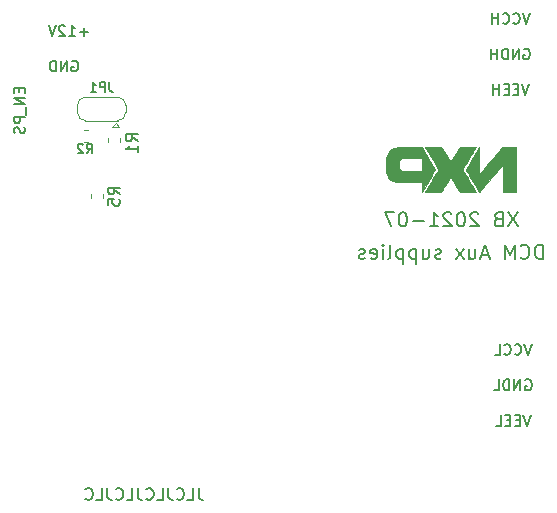
<source format=gbr>
G04 #@! TF.GenerationSoftware,KiCad,Pcbnew,5.1.5+dfsg1-2build2*
G04 #@! TF.CreationDate,2021-07-02T23:51:08+02:00*
G04 #@! TF.ProjectId,flyback_DCM,666c7962-6163-46b5-9f44-434d2e6b6963,rev?*
G04 #@! TF.SameCoordinates,Original*
G04 #@! TF.FileFunction,Legend,Bot*
G04 #@! TF.FilePolarity,Positive*
%FSLAX46Y46*%
G04 Gerber Fmt 4.6, Leading zero omitted, Abs format (unit mm)*
G04 Created by KiCad (PCBNEW 5.1.5+dfsg1-2build2) date 2021-07-02 23:51:08*
%MOMM*%
%LPD*%
G04 APERTURE LIST*
%ADD10C,0.150000*%
%ADD11C,0.010000*%
%ADD12C,0.120000*%
G04 APERTURE END LIST*
D10*
X166521428Y-108542857D02*
X166521428Y-107342857D01*
X166235714Y-107342857D01*
X166064285Y-107400000D01*
X165950000Y-107514285D01*
X165892857Y-107628571D01*
X165835714Y-107857142D01*
X165835714Y-108028571D01*
X165892857Y-108257142D01*
X165950000Y-108371428D01*
X166064285Y-108485714D01*
X166235714Y-108542857D01*
X166521428Y-108542857D01*
X164635714Y-108428571D02*
X164692857Y-108485714D01*
X164864285Y-108542857D01*
X164978571Y-108542857D01*
X165150000Y-108485714D01*
X165264285Y-108371428D01*
X165321428Y-108257142D01*
X165378571Y-108028571D01*
X165378571Y-107857142D01*
X165321428Y-107628571D01*
X165264285Y-107514285D01*
X165150000Y-107400000D01*
X164978571Y-107342857D01*
X164864285Y-107342857D01*
X164692857Y-107400000D01*
X164635714Y-107457142D01*
X164121428Y-108542857D02*
X164121428Y-107342857D01*
X163721428Y-108200000D01*
X163321428Y-107342857D01*
X163321428Y-108542857D01*
X161892857Y-108200000D02*
X161321428Y-108200000D01*
X162007142Y-108542857D02*
X161607142Y-107342857D01*
X161207142Y-108542857D01*
X160292857Y-107742857D02*
X160292857Y-108542857D01*
X160807142Y-107742857D02*
X160807142Y-108371428D01*
X160750000Y-108485714D01*
X160635714Y-108542857D01*
X160464285Y-108542857D01*
X160350000Y-108485714D01*
X160292857Y-108428571D01*
X159835714Y-108542857D02*
X159207142Y-107742857D01*
X159835714Y-107742857D02*
X159207142Y-108542857D01*
X157892857Y-108485714D02*
X157778571Y-108542857D01*
X157550000Y-108542857D01*
X157435714Y-108485714D01*
X157378571Y-108371428D01*
X157378571Y-108314285D01*
X157435714Y-108200000D01*
X157550000Y-108142857D01*
X157721428Y-108142857D01*
X157835714Y-108085714D01*
X157892857Y-107971428D01*
X157892857Y-107914285D01*
X157835714Y-107800000D01*
X157721428Y-107742857D01*
X157550000Y-107742857D01*
X157435714Y-107800000D01*
X156350000Y-107742857D02*
X156350000Y-108542857D01*
X156864285Y-107742857D02*
X156864285Y-108371428D01*
X156807142Y-108485714D01*
X156692857Y-108542857D01*
X156521428Y-108542857D01*
X156407142Y-108485714D01*
X156350000Y-108428571D01*
X155778571Y-107742857D02*
X155778571Y-108942857D01*
X155778571Y-107800000D02*
X155664285Y-107742857D01*
X155435714Y-107742857D01*
X155321428Y-107800000D01*
X155264285Y-107857142D01*
X155207142Y-107971428D01*
X155207142Y-108314285D01*
X155264285Y-108428571D01*
X155321428Y-108485714D01*
X155435714Y-108542857D01*
X155664285Y-108542857D01*
X155778571Y-108485714D01*
X154692857Y-107742857D02*
X154692857Y-108942857D01*
X154692857Y-107800000D02*
X154578571Y-107742857D01*
X154350000Y-107742857D01*
X154235714Y-107800000D01*
X154178571Y-107857142D01*
X154121428Y-107971428D01*
X154121428Y-108314285D01*
X154178571Y-108428571D01*
X154235714Y-108485714D01*
X154350000Y-108542857D01*
X154578571Y-108542857D01*
X154692857Y-108485714D01*
X153435714Y-108542857D02*
X153550000Y-108485714D01*
X153607142Y-108371428D01*
X153607142Y-107342857D01*
X152978571Y-108542857D02*
X152978571Y-107742857D01*
X152978571Y-107342857D02*
X153035714Y-107400000D01*
X152978571Y-107457142D01*
X152921428Y-107400000D01*
X152978571Y-107342857D01*
X152978571Y-107457142D01*
X151950000Y-108485714D02*
X152064285Y-108542857D01*
X152292857Y-108542857D01*
X152407142Y-108485714D01*
X152464285Y-108371428D01*
X152464285Y-107914285D01*
X152407142Y-107800000D01*
X152292857Y-107742857D01*
X152064285Y-107742857D01*
X151950000Y-107800000D01*
X151892857Y-107914285D01*
X151892857Y-108028571D01*
X152464285Y-108142857D01*
X151435714Y-108485714D02*
X151321428Y-108542857D01*
X151092857Y-108542857D01*
X150978571Y-108485714D01*
X150921428Y-108371428D01*
X150921428Y-108314285D01*
X150978571Y-108200000D01*
X151092857Y-108142857D01*
X151264285Y-108142857D01*
X151378571Y-108085714D01*
X151435714Y-107971428D01*
X151435714Y-107914285D01*
X151378571Y-107800000D01*
X151264285Y-107742857D01*
X151092857Y-107742857D01*
X150978571Y-107800000D01*
X164378571Y-104592857D02*
X163578571Y-105792857D01*
X163578571Y-104592857D02*
X164378571Y-105792857D01*
X162721428Y-105164285D02*
X162550000Y-105221428D01*
X162492857Y-105278571D01*
X162435714Y-105392857D01*
X162435714Y-105564285D01*
X162492857Y-105678571D01*
X162550000Y-105735714D01*
X162664285Y-105792857D01*
X163121428Y-105792857D01*
X163121428Y-104592857D01*
X162721428Y-104592857D01*
X162607142Y-104650000D01*
X162550000Y-104707142D01*
X162492857Y-104821428D01*
X162492857Y-104935714D01*
X162550000Y-105050000D01*
X162607142Y-105107142D01*
X162721428Y-105164285D01*
X163121428Y-105164285D01*
X161064285Y-104707142D02*
X161007142Y-104650000D01*
X160892857Y-104592857D01*
X160607142Y-104592857D01*
X160492857Y-104650000D01*
X160435714Y-104707142D01*
X160378571Y-104821428D01*
X160378571Y-104935714D01*
X160435714Y-105107142D01*
X161121428Y-105792857D01*
X160378571Y-105792857D01*
X159635714Y-104592857D02*
X159521428Y-104592857D01*
X159407142Y-104650000D01*
X159350000Y-104707142D01*
X159292857Y-104821428D01*
X159235714Y-105050000D01*
X159235714Y-105335714D01*
X159292857Y-105564285D01*
X159350000Y-105678571D01*
X159407142Y-105735714D01*
X159521428Y-105792857D01*
X159635714Y-105792857D01*
X159750000Y-105735714D01*
X159807142Y-105678571D01*
X159864285Y-105564285D01*
X159921428Y-105335714D01*
X159921428Y-105050000D01*
X159864285Y-104821428D01*
X159807142Y-104707142D01*
X159750000Y-104650000D01*
X159635714Y-104592857D01*
X158778571Y-104707142D02*
X158721428Y-104650000D01*
X158607142Y-104592857D01*
X158321428Y-104592857D01*
X158207142Y-104650000D01*
X158150000Y-104707142D01*
X158092857Y-104821428D01*
X158092857Y-104935714D01*
X158150000Y-105107142D01*
X158835714Y-105792857D01*
X158092857Y-105792857D01*
X156950000Y-105792857D02*
X157635714Y-105792857D01*
X157292857Y-105792857D02*
X157292857Y-104592857D01*
X157407142Y-104764285D01*
X157521428Y-104878571D01*
X157635714Y-104935714D01*
X156435714Y-105335714D02*
X155521428Y-105335714D01*
X154721428Y-104592857D02*
X154607142Y-104592857D01*
X154492857Y-104650000D01*
X154435714Y-104707142D01*
X154378571Y-104821428D01*
X154321428Y-105050000D01*
X154321428Y-105335714D01*
X154378571Y-105564285D01*
X154435714Y-105678571D01*
X154492857Y-105735714D01*
X154607142Y-105792857D01*
X154721428Y-105792857D01*
X154835714Y-105735714D01*
X154892857Y-105678571D01*
X154950000Y-105564285D01*
X155007142Y-105335714D01*
X155007142Y-105050000D01*
X154950000Y-104821428D01*
X154892857Y-104707142D01*
X154835714Y-104650000D01*
X154721428Y-104592857D01*
X153921428Y-104592857D02*
X153121428Y-104592857D01*
X153635714Y-105792857D01*
X137369047Y-127952380D02*
X137369047Y-128666666D01*
X137416666Y-128809523D01*
X137511904Y-128904761D01*
X137654761Y-128952380D01*
X137750000Y-128952380D01*
X136416666Y-128952380D02*
X136892857Y-128952380D01*
X136892857Y-127952380D01*
X135511904Y-128857142D02*
X135559523Y-128904761D01*
X135702380Y-128952380D01*
X135797619Y-128952380D01*
X135940476Y-128904761D01*
X136035714Y-128809523D01*
X136083333Y-128714285D01*
X136130952Y-128523809D01*
X136130952Y-128380952D01*
X136083333Y-128190476D01*
X136035714Y-128095238D01*
X135940476Y-128000000D01*
X135797619Y-127952380D01*
X135702380Y-127952380D01*
X135559523Y-128000000D01*
X135511904Y-128047619D01*
X134797619Y-127952380D02*
X134797619Y-128666666D01*
X134845238Y-128809523D01*
X134940476Y-128904761D01*
X135083333Y-128952380D01*
X135178571Y-128952380D01*
X133845238Y-128952380D02*
X134321428Y-128952380D01*
X134321428Y-127952380D01*
X132940476Y-128857142D02*
X132988095Y-128904761D01*
X133130952Y-128952380D01*
X133226190Y-128952380D01*
X133369047Y-128904761D01*
X133464285Y-128809523D01*
X133511904Y-128714285D01*
X133559523Y-128523809D01*
X133559523Y-128380952D01*
X133511904Y-128190476D01*
X133464285Y-128095238D01*
X133369047Y-128000000D01*
X133226190Y-127952380D01*
X133130952Y-127952380D01*
X132988095Y-128000000D01*
X132940476Y-128047619D01*
X132226190Y-127952380D02*
X132226190Y-128666666D01*
X132273809Y-128809523D01*
X132369047Y-128904761D01*
X132511904Y-128952380D01*
X132607142Y-128952380D01*
X131273809Y-128952380D02*
X131750000Y-128952380D01*
X131750000Y-127952380D01*
X130369047Y-128857142D02*
X130416666Y-128904761D01*
X130559523Y-128952380D01*
X130654761Y-128952380D01*
X130797619Y-128904761D01*
X130892857Y-128809523D01*
X130940476Y-128714285D01*
X130988095Y-128523809D01*
X130988095Y-128380952D01*
X130940476Y-128190476D01*
X130892857Y-128095238D01*
X130797619Y-128000000D01*
X130654761Y-127952380D01*
X130559523Y-127952380D01*
X130416666Y-128000000D01*
X130369047Y-128047619D01*
X129654761Y-127952380D02*
X129654761Y-128666666D01*
X129702380Y-128809523D01*
X129797619Y-128904761D01*
X129940476Y-128952380D01*
X130035714Y-128952380D01*
X128702380Y-128952380D02*
X129178571Y-128952380D01*
X129178571Y-127952380D01*
X127797619Y-128857142D02*
X127845238Y-128904761D01*
X127988095Y-128952380D01*
X128083333Y-128952380D01*
X128226190Y-128904761D01*
X128321428Y-128809523D01*
X128369047Y-128714285D01*
X128416666Y-128523809D01*
X128416666Y-128380952D01*
X128369047Y-128190476D01*
X128321428Y-128095238D01*
X128226190Y-128000000D01*
X128083333Y-127952380D01*
X127988095Y-127952380D01*
X127845238Y-128000000D01*
X127797619Y-128047619D01*
X122185714Y-94114285D02*
X122185714Y-94414285D01*
X122657142Y-94542857D02*
X122657142Y-94114285D01*
X121757142Y-94114285D01*
X121757142Y-94542857D01*
X122657142Y-94928571D02*
X121757142Y-94928571D01*
X122657142Y-95442857D01*
X121757142Y-95442857D01*
X122742857Y-95657142D02*
X122742857Y-96342857D01*
X122657142Y-96557142D02*
X121757142Y-96557142D01*
X121757142Y-96900000D01*
X121800000Y-96985714D01*
X121842857Y-97028571D01*
X121928571Y-97071428D01*
X122057142Y-97071428D01*
X122142857Y-97028571D01*
X122185714Y-96985714D01*
X122228571Y-96900000D01*
X122228571Y-96557142D01*
X122614285Y-97414285D02*
X122657142Y-97542857D01*
X122657142Y-97757142D01*
X122614285Y-97842857D01*
X122571428Y-97885714D01*
X122485714Y-97928571D01*
X122400000Y-97928571D01*
X122314285Y-97885714D01*
X122271428Y-97842857D01*
X122228571Y-97757142D01*
X122185714Y-97585714D01*
X122142857Y-97500000D01*
X122100000Y-97457142D01*
X122014285Y-97414285D01*
X121928571Y-97414285D01*
X121842857Y-97457142D01*
X121800000Y-97500000D01*
X121757142Y-97585714D01*
X121757142Y-97800000D01*
X121800000Y-97928571D01*
X127983214Y-89314285D02*
X127297500Y-89314285D01*
X127640357Y-89657142D02*
X127640357Y-88971428D01*
X126397500Y-89657142D02*
X126911785Y-89657142D01*
X126654642Y-89657142D02*
X126654642Y-88757142D01*
X126740357Y-88885714D01*
X126826071Y-88971428D01*
X126911785Y-89014285D01*
X126054642Y-88842857D02*
X126011785Y-88800000D01*
X125926071Y-88757142D01*
X125711785Y-88757142D01*
X125626071Y-88800000D01*
X125583214Y-88842857D01*
X125540357Y-88928571D01*
X125540357Y-89014285D01*
X125583214Y-89142857D01*
X126097500Y-89657142D01*
X125540357Y-89657142D01*
X125283214Y-88757142D02*
X124983214Y-89657142D01*
X124683214Y-88757142D01*
X126654642Y-91800000D02*
X126740357Y-91757142D01*
X126868928Y-91757142D01*
X126997500Y-91800000D01*
X127083214Y-91885714D01*
X127126071Y-91971428D01*
X127168928Y-92142857D01*
X127168928Y-92271428D01*
X127126071Y-92442857D01*
X127083214Y-92528571D01*
X126997500Y-92614285D01*
X126868928Y-92657142D01*
X126783214Y-92657142D01*
X126654642Y-92614285D01*
X126611785Y-92571428D01*
X126611785Y-92271428D01*
X126783214Y-92271428D01*
X126226071Y-92657142D02*
X126226071Y-91757142D01*
X125711785Y-92657142D01*
X125711785Y-91757142D01*
X125283214Y-92657142D02*
X125283214Y-91757142D01*
X125068928Y-91757142D01*
X124940357Y-91800000D01*
X124854642Y-91885714D01*
X124811785Y-91971428D01*
X124768928Y-92142857D01*
X124768928Y-92271428D01*
X124811785Y-92442857D01*
X124854642Y-92528571D01*
X124940357Y-92614285D01*
X125068928Y-92657142D01*
X125283214Y-92657142D01*
X165564285Y-115757142D02*
X165264285Y-116657142D01*
X164964285Y-115757142D01*
X164150000Y-116571428D02*
X164192857Y-116614285D01*
X164321428Y-116657142D01*
X164407142Y-116657142D01*
X164535714Y-116614285D01*
X164621428Y-116528571D01*
X164664285Y-116442857D01*
X164707142Y-116271428D01*
X164707142Y-116142857D01*
X164664285Y-115971428D01*
X164621428Y-115885714D01*
X164535714Y-115800000D01*
X164407142Y-115757142D01*
X164321428Y-115757142D01*
X164192857Y-115800000D01*
X164150000Y-115842857D01*
X163250000Y-116571428D02*
X163292857Y-116614285D01*
X163421428Y-116657142D01*
X163507142Y-116657142D01*
X163635714Y-116614285D01*
X163721428Y-116528571D01*
X163764285Y-116442857D01*
X163807142Y-116271428D01*
X163807142Y-116142857D01*
X163764285Y-115971428D01*
X163721428Y-115885714D01*
X163635714Y-115800000D01*
X163507142Y-115757142D01*
X163421428Y-115757142D01*
X163292857Y-115800000D01*
X163250000Y-115842857D01*
X162435714Y-116657142D02*
X162864285Y-116657142D01*
X162864285Y-115757142D01*
X165050000Y-118800000D02*
X165135714Y-118757142D01*
X165264285Y-118757142D01*
X165392857Y-118800000D01*
X165478571Y-118885714D01*
X165521428Y-118971428D01*
X165564285Y-119142857D01*
X165564285Y-119271428D01*
X165521428Y-119442857D01*
X165478571Y-119528571D01*
X165392857Y-119614285D01*
X165264285Y-119657142D01*
X165178571Y-119657142D01*
X165050000Y-119614285D01*
X165007142Y-119571428D01*
X165007142Y-119271428D01*
X165178571Y-119271428D01*
X164621428Y-119657142D02*
X164621428Y-118757142D01*
X164107142Y-119657142D01*
X164107142Y-118757142D01*
X163678571Y-119657142D02*
X163678571Y-118757142D01*
X163464285Y-118757142D01*
X163335714Y-118800000D01*
X163250000Y-118885714D01*
X163207142Y-118971428D01*
X163164285Y-119142857D01*
X163164285Y-119271428D01*
X163207142Y-119442857D01*
X163250000Y-119528571D01*
X163335714Y-119614285D01*
X163464285Y-119657142D01*
X163678571Y-119657142D01*
X162350000Y-119657142D02*
X162778571Y-119657142D01*
X162778571Y-118757142D01*
X165478571Y-121757142D02*
X165178571Y-122657142D01*
X164878571Y-121757142D01*
X164578571Y-122185714D02*
X164278571Y-122185714D01*
X164150000Y-122657142D02*
X164578571Y-122657142D01*
X164578571Y-121757142D01*
X164150000Y-121757142D01*
X163764285Y-122185714D02*
X163464285Y-122185714D01*
X163335714Y-122657142D02*
X163764285Y-122657142D01*
X163764285Y-121757142D01*
X163335714Y-121757142D01*
X162521428Y-122657142D02*
X162950000Y-122657142D01*
X162950000Y-121757142D01*
X165421428Y-87757142D02*
X165121428Y-88657142D01*
X164821428Y-87757142D01*
X164007142Y-88571428D02*
X164050000Y-88614285D01*
X164178571Y-88657142D01*
X164264285Y-88657142D01*
X164392857Y-88614285D01*
X164478571Y-88528571D01*
X164521428Y-88442857D01*
X164564285Y-88271428D01*
X164564285Y-88142857D01*
X164521428Y-87971428D01*
X164478571Y-87885714D01*
X164392857Y-87800000D01*
X164264285Y-87757142D01*
X164178571Y-87757142D01*
X164050000Y-87800000D01*
X164007142Y-87842857D01*
X163107142Y-88571428D02*
X163150000Y-88614285D01*
X163278571Y-88657142D01*
X163364285Y-88657142D01*
X163492857Y-88614285D01*
X163578571Y-88528571D01*
X163621428Y-88442857D01*
X163664285Y-88271428D01*
X163664285Y-88142857D01*
X163621428Y-87971428D01*
X163578571Y-87885714D01*
X163492857Y-87800000D01*
X163364285Y-87757142D01*
X163278571Y-87757142D01*
X163150000Y-87800000D01*
X163107142Y-87842857D01*
X162721428Y-88657142D02*
X162721428Y-87757142D01*
X162721428Y-88185714D02*
X162207142Y-88185714D01*
X162207142Y-88657142D02*
X162207142Y-87757142D01*
X164907142Y-90800000D02*
X164992857Y-90757142D01*
X165121428Y-90757142D01*
X165250000Y-90800000D01*
X165335714Y-90885714D01*
X165378571Y-90971428D01*
X165421428Y-91142857D01*
X165421428Y-91271428D01*
X165378571Y-91442857D01*
X165335714Y-91528571D01*
X165250000Y-91614285D01*
X165121428Y-91657142D01*
X165035714Y-91657142D01*
X164907142Y-91614285D01*
X164864285Y-91571428D01*
X164864285Y-91271428D01*
X165035714Y-91271428D01*
X164478571Y-91657142D02*
X164478571Y-90757142D01*
X163964285Y-91657142D01*
X163964285Y-90757142D01*
X163535714Y-91657142D02*
X163535714Y-90757142D01*
X163321428Y-90757142D01*
X163192857Y-90800000D01*
X163107142Y-90885714D01*
X163064285Y-90971428D01*
X163021428Y-91142857D01*
X163021428Y-91271428D01*
X163064285Y-91442857D01*
X163107142Y-91528571D01*
X163192857Y-91614285D01*
X163321428Y-91657142D01*
X163535714Y-91657142D01*
X162635714Y-91657142D02*
X162635714Y-90757142D01*
X162635714Y-91185714D02*
X162121428Y-91185714D01*
X162121428Y-91657142D02*
X162121428Y-90757142D01*
X165335714Y-93757142D02*
X165035714Y-94657142D01*
X164735714Y-93757142D01*
X164435714Y-94185714D02*
X164135714Y-94185714D01*
X164007142Y-94657142D02*
X164435714Y-94657142D01*
X164435714Y-93757142D01*
X164007142Y-93757142D01*
X163621428Y-94185714D02*
X163321428Y-94185714D01*
X163192857Y-94657142D02*
X163621428Y-94657142D01*
X163621428Y-93757142D01*
X163192857Y-93757142D01*
X162807142Y-94657142D02*
X162807142Y-93757142D01*
X162807142Y-94185714D02*
X162292857Y-94185714D01*
X162292857Y-94657142D02*
X162292857Y-93757142D01*
D11*
G36*
X154817026Y-99065857D02*
G01*
X154676417Y-99067494D01*
X154555873Y-99070264D01*
X154452476Y-99074299D01*
X154363307Y-99079733D01*
X154285445Y-99086698D01*
X154215971Y-99095328D01*
X154151965Y-99105755D01*
X154090509Y-99118113D01*
X154049793Y-99127424D01*
X153872117Y-99183629D01*
X153714357Y-99262416D01*
X153578067Y-99362624D01*
X153464801Y-99483090D01*
X153376112Y-99622655D01*
X153369573Y-99635736D01*
X153330233Y-99721971D01*
X153298169Y-99807161D01*
X153272812Y-99895515D01*
X153253592Y-99991244D01*
X153239941Y-100098557D01*
X153231289Y-100221663D01*
X153227068Y-100364774D01*
X153226708Y-100532098D01*
X153228664Y-100677960D01*
X153231412Y-100812055D01*
X153234439Y-100919069D01*
X153238089Y-101003675D01*
X153242703Y-101070542D01*
X153248625Y-101124341D01*
X153256198Y-101169743D01*
X153265765Y-101211418D01*
X153268630Y-101222250D01*
X153307706Y-101351915D01*
X153350147Y-101460306D01*
X153400450Y-101557880D01*
X153440589Y-101622108D01*
X153533881Y-101742328D01*
X153640689Y-101839887D01*
X153766627Y-101919080D01*
X153911233Y-101981992D01*
X154025981Y-102023937D01*
X155137231Y-102031875D01*
X156248481Y-102039812D01*
X156256418Y-102454186D01*
X156264356Y-102868560D01*
X156685043Y-102176849D01*
X156773305Y-102031727D01*
X156861823Y-101886186D01*
X156948187Y-101744190D01*
X157029984Y-101609703D01*
X157104805Y-101486690D01*
X157170237Y-101379115D01*
X157223870Y-101290942D01*
X157261646Y-101228843D01*
X157342915Y-101095250D01*
X156256418Y-101095250D01*
X155461761Y-101095250D01*
X155251099Y-101094923D01*
X155071232Y-101093930D01*
X154921215Y-101092252D01*
X154800098Y-101089867D01*
X154706935Y-101086755D01*
X154640777Y-101082898D01*
X154600678Y-101078274D01*
X154594283Y-101076913D01*
X154505499Y-101038825D01*
X154432339Y-100973765D01*
X154375364Y-100882708D01*
X154335135Y-100766632D01*
X154312212Y-100626513D01*
X154308785Y-100579776D01*
X154306873Y-100437364D01*
X154319018Y-100320964D01*
X154346379Y-100227576D01*
X154390115Y-100154199D01*
X154451387Y-100097833D01*
X154507357Y-100065935D01*
X154597481Y-100023687D01*
X155426950Y-100019054D01*
X156256418Y-100014420D01*
X156256418Y-101095250D01*
X157342915Y-101095250D01*
X157417561Y-100972547D01*
X157084365Y-100426680D01*
X156998346Y-100285715D01*
X156906070Y-100134420D01*
X156811510Y-99979316D01*
X156718639Y-99826921D01*
X156631431Y-99683756D01*
X156553859Y-99556340D01*
X156504980Y-99476000D01*
X156258791Y-99071187D01*
X155388448Y-99066408D01*
X155170123Y-99065447D01*
X154980622Y-99065219D01*
X154817026Y-99065857D01*
G37*
X154817026Y-99065857D02*
X154676417Y-99067494D01*
X154555873Y-99070264D01*
X154452476Y-99074299D01*
X154363307Y-99079733D01*
X154285445Y-99086698D01*
X154215971Y-99095328D01*
X154151965Y-99105755D01*
X154090509Y-99118113D01*
X154049793Y-99127424D01*
X153872117Y-99183629D01*
X153714357Y-99262416D01*
X153578067Y-99362624D01*
X153464801Y-99483090D01*
X153376112Y-99622655D01*
X153369573Y-99635736D01*
X153330233Y-99721971D01*
X153298169Y-99807161D01*
X153272812Y-99895515D01*
X153253592Y-99991244D01*
X153239941Y-100098557D01*
X153231289Y-100221663D01*
X153227068Y-100364774D01*
X153226708Y-100532098D01*
X153228664Y-100677960D01*
X153231412Y-100812055D01*
X153234439Y-100919069D01*
X153238089Y-101003675D01*
X153242703Y-101070542D01*
X153248625Y-101124341D01*
X153256198Y-101169743D01*
X153265765Y-101211418D01*
X153268630Y-101222250D01*
X153307706Y-101351915D01*
X153350147Y-101460306D01*
X153400450Y-101557880D01*
X153440589Y-101622108D01*
X153533881Y-101742328D01*
X153640689Y-101839887D01*
X153766627Y-101919080D01*
X153911233Y-101981992D01*
X154025981Y-102023937D01*
X155137231Y-102031875D01*
X156248481Y-102039812D01*
X156256418Y-102454186D01*
X156264356Y-102868560D01*
X156685043Y-102176849D01*
X156773305Y-102031727D01*
X156861823Y-101886186D01*
X156948187Y-101744190D01*
X157029984Y-101609703D01*
X157104805Y-101486690D01*
X157170237Y-101379115D01*
X157223870Y-101290942D01*
X157261646Y-101228843D01*
X157342915Y-101095250D01*
X156256418Y-101095250D01*
X155461761Y-101095250D01*
X155251099Y-101094923D01*
X155071232Y-101093930D01*
X154921215Y-101092252D01*
X154800098Y-101089867D01*
X154706935Y-101086755D01*
X154640777Y-101082898D01*
X154600678Y-101078274D01*
X154594283Y-101076913D01*
X154505499Y-101038825D01*
X154432339Y-100973765D01*
X154375364Y-100882708D01*
X154335135Y-100766632D01*
X154312212Y-100626513D01*
X154308785Y-100579776D01*
X154306873Y-100437364D01*
X154319018Y-100320964D01*
X154346379Y-100227576D01*
X154390115Y-100154199D01*
X154451387Y-100097833D01*
X154507357Y-100065935D01*
X154597481Y-100023687D01*
X155426950Y-100019054D01*
X156256418Y-100014420D01*
X156256418Y-101095250D01*
X157342915Y-101095250D01*
X157417561Y-100972547D01*
X157084365Y-100426680D01*
X156998346Y-100285715D01*
X156906070Y-100134420D01*
X156811510Y-99979316D01*
X156718639Y-99826921D01*
X156631431Y-99683756D01*
X156553859Y-99556340D01*
X156504980Y-99476000D01*
X156258791Y-99071187D01*
X155388448Y-99066408D01*
X155170123Y-99065447D01*
X154980622Y-99065219D01*
X154817026Y-99065857D01*
G36*
X159333018Y-99305343D02*
G01*
X159282558Y-99387160D01*
X159219705Y-99489081D01*
X159148726Y-99604186D01*
X159073889Y-99725552D01*
X158999462Y-99846259D01*
X158946402Y-99932317D01*
X158885062Y-100031284D01*
X158828939Y-100120834D01*
X158780218Y-100197561D01*
X158741081Y-100258064D01*
X158713711Y-100298938D01*
X158700291Y-100316780D01*
X158699491Y-100317286D01*
X158689312Y-100304257D01*
X158664378Y-100267062D01*
X158626533Y-100208603D01*
X158577619Y-100131780D01*
X158519482Y-100039493D01*
X158453963Y-99934641D01*
X158382908Y-99820126D01*
X158364003Y-99789531D01*
X158289049Y-99668132D01*
X158216947Y-99551370D01*
X158149960Y-99442910D01*
X158090349Y-99346412D01*
X158040379Y-99265542D01*
X158002311Y-99203961D01*
X157978409Y-99165331D01*
X157976743Y-99162643D01*
X157915356Y-99063599D01*
X157228762Y-99063424D01*
X157084569Y-99063553D01*
X156950663Y-99063992D01*
X156830276Y-99064708D01*
X156726640Y-99065666D01*
X156642986Y-99066833D01*
X156582546Y-99068173D01*
X156548553Y-99069654D01*
X156542168Y-99070661D01*
X156550060Y-99086480D01*
X156571213Y-99122701D01*
X156601847Y-99172939D01*
X156619733Y-99201630D01*
X156647372Y-99246137D01*
X156688710Y-99313341D01*
X156741015Y-99398771D01*
X156801557Y-99497958D01*
X156867605Y-99606430D01*
X156936426Y-99719715D01*
X156966733Y-99769687D01*
X157042736Y-99895000D01*
X157123221Y-100027576D01*
X157204115Y-100160717D01*
X157281349Y-100287726D01*
X157350851Y-100401906D01*
X157408551Y-100496561D01*
X157415456Y-100507875D01*
X157491411Y-100632350D01*
X157552358Y-100732553D01*
X157599841Y-100811305D01*
X157635403Y-100871429D01*
X157660587Y-100915748D01*
X157676935Y-100947083D01*
X157685990Y-100968258D01*
X157689295Y-100982095D01*
X157688392Y-100991416D01*
X157684825Y-100999045D01*
X157684365Y-100999852D01*
X157673962Y-101017166D01*
X157648415Y-101059308D01*
X157609110Y-101123999D01*
X157557435Y-101208962D01*
X157494775Y-101311918D01*
X157422519Y-101430588D01*
X157342054Y-101562693D01*
X157254765Y-101705955D01*
X157162040Y-101858096D01*
X157109330Y-101944562D01*
X156548001Y-102865312D01*
X157223741Y-102869455D01*
X157367476Y-102870187D01*
X157501508Y-102870580D01*
X157622478Y-102870647D01*
X157727023Y-102870399D01*
X157811786Y-102869847D01*
X157873404Y-102869002D01*
X157908518Y-102867876D01*
X157915356Y-102867126D01*
X157926672Y-102852666D01*
X157952801Y-102813821D01*
X157992019Y-102753309D01*
X158042604Y-102673852D01*
X158102836Y-102578167D01*
X158170990Y-102468974D01*
X158245346Y-102348994D01*
X158312231Y-102240408D01*
X158402374Y-102093892D01*
X158477522Y-101972403D01*
X158539122Y-101873806D01*
X158588623Y-101795966D01*
X158627472Y-101736750D01*
X158657118Y-101694024D01*
X158679009Y-101665654D01*
X158694592Y-101649506D01*
X158705316Y-101643445D01*
X158712629Y-101645339D01*
X158714604Y-101647425D01*
X158727225Y-101666322D01*
X158754690Y-101709356D01*
X158795188Y-101773630D01*
X158846909Y-101856251D01*
X158908044Y-101954321D01*
X158976783Y-102064946D01*
X159051316Y-102185230D01*
X159103727Y-102270000D01*
X159471478Y-102865312D01*
X160157886Y-102869449D01*
X160302057Y-102870135D01*
X160435940Y-102870417D01*
X160556304Y-102870315D01*
X160659917Y-102869848D01*
X160743546Y-102869035D01*
X160803960Y-102867896D01*
X160837927Y-102866449D01*
X160844293Y-102865370D01*
X160836443Y-102849861D01*
X160814590Y-102811593D01*
X160781284Y-102754901D01*
X160739073Y-102684122D01*
X160690505Y-102603591D01*
X160687900Y-102599295D01*
X160594707Y-102445742D01*
X160491320Y-102275570D01*
X160381747Y-102095363D01*
X160269994Y-101911705D01*
X160160069Y-101731181D01*
X160055980Y-101560376D01*
X159961734Y-101405873D01*
X159907768Y-101317500D01*
X159855247Y-101231318D01*
X159807482Y-101152527D01*
X159767301Y-101085822D01*
X159737528Y-101035897D01*
X159720990Y-101007448D01*
X159719574Y-101004851D01*
X159715486Y-100992045D01*
X159716690Y-100974829D01*
X159724830Y-100949975D01*
X159741554Y-100914257D01*
X159768506Y-100864449D01*
X159807333Y-100797324D01*
X159859681Y-100709657D01*
X159926090Y-100600039D01*
X160001914Y-100475332D01*
X160087366Y-100334773D01*
X160176480Y-100188180D01*
X160263287Y-100045369D01*
X160341821Y-99916158D01*
X160368125Y-99872875D01*
X160435592Y-99761926D01*
X160506057Y-99646169D01*
X160575240Y-99532627D01*
X160638860Y-99428323D01*
X160692637Y-99340280D01*
X160716442Y-99301375D01*
X160761672Y-99227509D01*
X160801091Y-99163110D01*
X160831703Y-99113077D01*
X160850510Y-99082309D01*
X160854867Y-99075156D01*
X160841066Y-99072664D01*
X160798694Y-99070349D01*
X160730933Y-99068266D01*
X160640959Y-99066471D01*
X160531955Y-99065020D01*
X160407098Y-99063967D01*
X160269568Y-99063369D01*
X160172190Y-99063250D01*
X159482338Y-99063250D01*
X159333018Y-99305343D01*
G37*
X159333018Y-99305343D02*
X159282558Y-99387160D01*
X159219705Y-99489081D01*
X159148726Y-99604186D01*
X159073889Y-99725552D01*
X158999462Y-99846259D01*
X158946402Y-99932317D01*
X158885062Y-100031284D01*
X158828939Y-100120834D01*
X158780218Y-100197561D01*
X158741081Y-100258064D01*
X158713711Y-100298938D01*
X158700291Y-100316780D01*
X158699491Y-100317286D01*
X158689312Y-100304257D01*
X158664378Y-100267062D01*
X158626533Y-100208603D01*
X158577619Y-100131780D01*
X158519482Y-100039493D01*
X158453963Y-99934641D01*
X158382908Y-99820126D01*
X158364003Y-99789531D01*
X158289049Y-99668132D01*
X158216947Y-99551370D01*
X158149960Y-99442910D01*
X158090349Y-99346412D01*
X158040379Y-99265542D01*
X158002311Y-99203961D01*
X157978409Y-99165331D01*
X157976743Y-99162643D01*
X157915356Y-99063599D01*
X157228762Y-99063424D01*
X157084569Y-99063553D01*
X156950663Y-99063992D01*
X156830276Y-99064708D01*
X156726640Y-99065666D01*
X156642986Y-99066833D01*
X156582546Y-99068173D01*
X156548553Y-99069654D01*
X156542168Y-99070661D01*
X156550060Y-99086480D01*
X156571213Y-99122701D01*
X156601847Y-99172939D01*
X156619733Y-99201630D01*
X156647372Y-99246137D01*
X156688710Y-99313341D01*
X156741015Y-99398771D01*
X156801557Y-99497958D01*
X156867605Y-99606430D01*
X156936426Y-99719715D01*
X156966733Y-99769687D01*
X157042736Y-99895000D01*
X157123221Y-100027576D01*
X157204115Y-100160717D01*
X157281349Y-100287726D01*
X157350851Y-100401906D01*
X157408551Y-100496561D01*
X157415456Y-100507875D01*
X157491411Y-100632350D01*
X157552358Y-100732553D01*
X157599841Y-100811305D01*
X157635403Y-100871429D01*
X157660587Y-100915748D01*
X157676935Y-100947083D01*
X157685990Y-100968258D01*
X157689295Y-100982095D01*
X157688392Y-100991416D01*
X157684825Y-100999045D01*
X157684365Y-100999852D01*
X157673962Y-101017166D01*
X157648415Y-101059308D01*
X157609110Y-101123999D01*
X157557435Y-101208962D01*
X157494775Y-101311918D01*
X157422519Y-101430588D01*
X157342054Y-101562693D01*
X157254765Y-101705955D01*
X157162040Y-101858096D01*
X157109330Y-101944562D01*
X156548001Y-102865312D01*
X157223741Y-102869455D01*
X157367476Y-102870187D01*
X157501508Y-102870580D01*
X157622478Y-102870647D01*
X157727023Y-102870399D01*
X157811786Y-102869847D01*
X157873404Y-102869002D01*
X157908518Y-102867876D01*
X157915356Y-102867126D01*
X157926672Y-102852666D01*
X157952801Y-102813821D01*
X157992019Y-102753309D01*
X158042604Y-102673852D01*
X158102836Y-102578167D01*
X158170990Y-102468974D01*
X158245346Y-102348994D01*
X158312231Y-102240408D01*
X158402374Y-102093892D01*
X158477522Y-101972403D01*
X158539122Y-101873806D01*
X158588623Y-101795966D01*
X158627472Y-101736750D01*
X158657118Y-101694024D01*
X158679009Y-101665654D01*
X158694592Y-101649506D01*
X158705316Y-101643445D01*
X158712629Y-101645339D01*
X158714604Y-101647425D01*
X158727225Y-101666322D01*
X158754690Y-101709356D01*
X158795188Y-101773630D01*
X158846909Y-101856251D01*
X158908044Y-101954321D01*
X158976783Y-102064946D01*
X159051316Y-102185230D01*
X159103727Y-102270000D01*
X159471478Y-102865312D01*
X160157886Y-102869449D01*
X160302057Y-102870135D01*
X160435940Y-102870417D01*
X160556304Y-102870315D01*
X160659917Y-102869848D01*
X160743546Y-102869035D01*
X160803960Y-102867896D01*
X160837927Y-102866449D01*
X160844293Y-102865370D01*
X160836443Y-102849861D01*
X160814590Y-102811593D01*
X160781284Y-102754901D01*
X160739073Y-102684122D01*
X160690505Y-102603591D01*
X160687900Y-102599295D01*
X160594707Y-102445742D01*
X160491320Y-102275570D01*
X160381747Y-102095363D01*
X160269994Y-101911705D01*
X160160069Y-101731181D01*
X160055980Y-101560376D01*
X159961734Y-101405873D01*
X159907768Y-101317500D01*
X159855247Y-101231318D01*
X159807482Y-101152527D01*
X159767301Y-101085822D01*
X159737528Y-101035897D01*
X159720990Y-101007448D01*
X159719574Y-101004851D01*
X159715486Y-100992045D01*
X159716690Y-100974829D01*
X159724830Y-100949975D01*
X159741554Y-100914257D01*
X159768506Y-100864449D01*
X159807333Y-100797324D01*
X159859681Y-100709657D01*
X159926090Y-100600039D01*
X160001914Y-100475332D01*
X160087366Y-100334773D01*
X160176480Y-100188180D01*
X160263287Y-100045369D01*
X160341821Y-99916158D01*
X160368125Y-99872875D01*
X160435592Y-99761926D01*
X160506057Y-99646169D01*
X160575240Y-99532627D01*
X160638860Y-99428323D01*
X160692637Y-99340280D01*
X160716442Y-99301375D01*
X160761672Y-99227509D01*
X160801091Y-99163110D01*
X160831703Y-99113077D01*
X160850510Y-99082309D01*
X160854867Y-99075156D01*
X160841066Y-99072664D01*
X160798694Y-99070349D01*
X160730933Y-99068266D01*
X160640959Y-99066471D01*
X160531955Y-99065020D01*
X160407098Y-99063967D01*
X160269568Y-99063369D01*
X160172190Y-99063250D01*
X159482338Y-99063250D01*
X159333018Y-99305343D01*
G36*
X163106481Y-99064578D02*
G01*
X162921855Y-99282195D01*
X162859002Y-99356199D01*
X162777339Y-99452219D01*
X162678678Y-99568130D01*
X162564830Y-99701806D01*
X162437608Y-99851121D01*
X162298823Y-100013950D01*
X162150286Y-100188168D01*
X161993809Y-100371648D01*
X161831205Y-100562265D01*
X161664284Y-100757894D01*
X161512393Y-100935866D01*
X161153856Y-101355920D01*
X161145918Y-100214881D01*
X161137981Y-99073841D01*
X161017386Y-99270952D01*
X160974614Y-99340933D01*
X160919321Y-99431512D01*
X160855488Y-99536162D01*
X160787094Y-99648354D01*
X160718120Y-99761562D01*
X160674505Y-99833187D01*
X160598996Y-99957216D01*
X160513047Y-100098397D01*
X160422724Y-100246761D01*
X160334097Y-100392340D01*
X160253235Y-100525165D01*
X160226305Y-100569400D01*
X160166551Y-100667829D01*
X160112134Y-100757997D01*
X160065281Y-100836171D01*
X160028218Y-100898620D01*
X160003171Y-100941610D01*
X159992369Y-100961409D01*
X159992257Y-100961686D01*
X159997161Y-100982422D01*
X160016334Y-101024187D01*
X160046878Y-101081300D01*
X160085897Y-101148082D01*
X160094462Y-101162098D01*
X160127690Y-101216246D01*
X160174839Y-101293334D01*
X160233348Y-101389164D01*
X160300658Y-101499539D01*
X160374210Y-101620262D01*
X160451444Y-101747134D01*
X160529800Y-101875958D01*
X160542554Y-101896937D01*
X160620682Y-102025430D01*
X160697951Y-102152450D01*
X160771829Y-102273839D01*
X160839785Y-102385439D01*
X160899285Y-102483090D01*
X160947798Y-102562636D01*
X160982791Y-102619916D01*
X160987241Y-102627187D01*
X161029467Y-102696570D01*
X161067022Y-102759069D01*
X161096009Y-102808141D01*
X161112530Y-102837247D01*
X161113185Y-102838495D01*
X161131630Y-102864121D01*
X161145159Y-102870245D01*
X161158048Y-102857441D01*
X161189135Y-102823109D01*
X161236076Y-102769937D01*
X161296532Y-102700611D01*
X161368160Y-102617815D01*
X161448620Y-102524238D01*
X161535570Y-102422564D01*
X161544927Y-102411590D01*
X161756462Y-102163484D01*
X161948348Y-101938483D01*
X162121509Y-101735513D01*
X162276871Y-101553497D01*
X162415359Y-101391360D01*
X162537899Y-101248027D01*
X162645417Y-101122422D01*
X162738836Y-101013470D01*
X162819084Y-100920095D01*
X162887085Y-100841221D01*
X162943764Y-100775774D01*
X162990047Y-100722677D01*
X163026860Y-100680855D01*
X163055127Y-100649233D01*
X163075774Y-100626735D01*
X163089727Y-100612285D01*
X163097910Y-100604808D01*
X163100914Y-100603124D01*
X163103135Y-100618581D01*
X163105242Y-100663273D01*
X163107206Y-100734688D01*
X163108995Y-100830313D01*
X163110582Y-100947634D01*
X163111934Y-101084137D01*
X163113024Y-101237309D01*
X163113820Y-101404637D01*
X163114293Y-101583606D01*
X163114418Y-101738187D01*
X163114418Y-102873250D01*
X164273293Y-102873250D01*
X164273293Y-99063250D01*
X163106481Y-99064578D01*
G37*
X163106481Y-99064578D02*
X162921855Y-99282195D01*
X162859002Y-99356199D01*
X162777339Y-99452219D01*
X162678678Y-99568130D01*
X162564830Y-99701806D01*
X162437608Y-99851121D01*
X162298823Y-100013950D01*
X162150286Y-100188168D01*
X161993809Y-100371648D01*
X161831205Y-100562265D01*
X161664284Y-100757894D01*
X161512393Y-100935866D01*
X161153856Y-101355920D01*
X161145918Y-100214881D01*
X161137981Y-99073841D01*
X161017386Y-99270952D01*
X160974614Y-99340933D01*
X160919321Y-99431512D01*
X160855488Y-99536162D01*
X160787094Y-99648354D01*
X160718120Y-99761562D01*
X160674505Y-99833187D01*
X160598996Y-99957216D01*
X160513047Y-100098397D01*
X160422724Y-100246761D01*
X160334097Y-100392340D01*
X160253235Y-100525165D01*
X160226305Y-100569400D01*
X160166551Y-100667829D01*
X160112134Y-100757997D01*
X160065281Y-100836171D01*
X160028218Y-100898620D01*
X160003171Y-100941610D01*
X159992369Y-100961409D01*
X159992257Y-100961686D01*
X159997161Y-100982422D01*
X160016334Y-101024187D01*
X160046878Y-101081300D01*
X160085897Y-101148082D01*
X160094462Y-101162098D01*
X160127690Y-101216246D01*
X160174839Y-101293334D01*
X160233348Y-101389164D01*
X160300658Y-101499539D01*
X160374210Y-101620262D01*
X160451444Y-101747134D01*
X160529800Y-101875958D01*
X160542554Y-101896937D01*
X160620682Y-102025430D01*
X160697951Y-102152450D01*
X160771829Y-102273839D01*
X160839785Y-102385439D01*
X160899285Y-102483090D01*
X160947798Y-102562636D01*
X160982791Y-102619916D01*
X160987241Y-102627187D01*
X161029467Y-102696570D01*
X161067022Y-102759069D01*
X161096009Y-102808141D01*
X161112530Y-102837247D01*
X161113185Y-102838495D01*
X161131630Y-102864121D01*
X161145159Y-102870245D01*
X161158048Y-102857441D01*
X161189135Y-102823109D01*
X161236076Y-102769937D01*
X161296532Y-102700611D01*
X161368160Y-102617815D01*
X161448620Y-102524238D01*
X161535570Y-102422564D01*
X161544927Y-102411590D01*
X161756462Y-102163484D01*
X161948348Y-101938483D01*
X162121509Y-101735513D01*
X162276871Y-101553497D01*
X162415359Y-101391360D01*
X162537899Y-101248027D01*
X162645417Y-101122422D01*
X162738836Y-101013470D01*
X162819084Y-100920095D01*
X162887085Y-100841221D01*
X162943764Y-100775774D01*
X162990047Y-100722677D01*
X163026860Y-100680855D01*
X163055127Y-100649233D01*
X163075774Y-100626735D01*
X163089727Y-100612285D01*
X163097910Y-100604808D01*
X163100914Y-100603124D01*
X163103135Y-100618581D01*
X163105242Y-100663273D01*
X163107206Y-100734688D01*
X163108995Y-100830313D01*
X163110582Y-100947634D01*
X163111934Y-101084137D01*
X163113024Y-101237309D01*
X163113820Y-101404637D01*
X163114293Y-101583606D01*
X163114418Y-101738187D01*
X163114418Y-102873250D01*
X164273293Y-102873250D01*
X164273293Y-99063250D01*
X163106481Y-99064578D01*
D12*
X128240000Y-103412779D02*
X128240000Y-103087221D01*
X129260000Y-103412779D02*
X129260000Y-103087221D01*
X128020779Y-98644000D02*
X127695221Y-98644000D01*
X128020779Y-97624000D02*
X127695221Y-97624000D01*
X129740000Y-98662779D02*
X129740000Y-98337221D01*
X130760000Y-98662779D02*
X130760000Y-98337221D01*
X130358000Y-97048000D02*
X130058000Y-97348000D01*
X130658000Y-97348000D02*
X130058000Y-97348000D01*
X130358000Y-97048000D02*
X130658000Y-97348000D01*
X131208000Y-96148000D02*
X131208000Y-95548000D01*
X127758000Y-96848000D02*
X130558000Y-96848000D01*
X127108000Y-95548000D02*
X127108000Y-96148000D01*
X130558000Y-94848000D02*
X127758000Y-94848000D01*
X127808000Y-94848000D02*
G75*
G03X127108000Y-95548000I0J-700000D01*
G01*
X127108000Y-96148000D02*
G75*
G03X127808000Y-96848000I700000J0D01*
G01*
X130508000Y-96848000D02*
G75*
G03X131208000Y-96148000I0J700000D01*
G01*
X131208000Y-95548000D02*
G75*
G03X130508000Y-94848000I-700000J0D01*
G01*
D10*
X130702380Y-103083333D02*
X130226190Y-102750000D01*
X130702380Y-102511904D02*
X129702380Y-102511904D01*
X129702380Y-102892857D01*
X129750000Y-102988095D01*
X129797619Y-103035714D01*
X129892857Y-103083333D01*
X130035714Y-103083333D01*
X130130952Y-103035714D01*
X130178571Y-102988095D01*
X130226190Y-102892857D01*
X130226190Y-102511904D01*
X129702380Y-103988095D02*
X129702380Y-103511904D01*
X130178571Y-103464285D01*
X130130952Y-103511904D01*
X130083333Y-103607142D01*
X130083333Y-103845238D01*
X130130952Y-103940476D01*
X130178571Y-103988095D01*
X130273809Y-104035714D01*
X130511904Y-104035714D01*
X130607142Y-103988095D01*
X130654761Y-103940476D01*
X130702380Y-103845238D01*
X130702380Y-103607142D01*
X130654761Y-103511904D01*
X130607142Y-103464285D01*
X127883333Y-99611904D02*
X128150000Y-99230952D01*
X128340476Y-99611904D02*
X128340476Y-98811904D01*
X128035714Y-98811904D01*
X127959523Y-98850000D01*
X127921428Y-98888095D01*
X127883333Y-98964285D01*
X127883333Y-99078571D01*
X127921428Y-99154761D01*
X127959523Y-99192857D01*
X128035714Y-99230952D01*
X128340476Y-99230952D01*
X127578571Y-98888095D02*
X127540476Y-98850000D01*
X127464285Y-98811904D01*
X127273809Y-98811904D01*
X127197619Y-98850000D01*
X127159523Y-98888095D01*
X127121428Y-98964285D01*
X127121428Y-99040476D01*
X127159523Y-99154761D01*
X127616666Y-99611904D01*
X127121428Y-99611904D01*
X132202380Y-98583333D02*
X131726190Y-98250000D01*
X132202380Y-98011904D02*
X131202380Y-98011904D01*
X131202380Y-98392857D01*
X131250000Y-98488095D01*
X131297619Y-98535714D01*
X131392857Y-98583333D01*
X131535714Y-98583333D01*
X131630952Y-98535714D01*
X131678571Y-98488095D01*
X131726190Y-98392857D01*
X131726190Y-98011904D01*
X132202380Y-99535714D02*
X132202380Y-98964285D01*
X132202380Y-99250000D02*
X131202380Y-99250000D01*
X131345238Y-99154761D01*
X131440476Y-99059523D01*
X131488095Y-98964285D01*
X129824666Y-93609904D02*
X129824666Y-94181333D01*
X129862761Y-94295619D01*
X129938952Y-94371809D01*
X130053238Y-94409904D01*
X130129428Y-94409904D01*
X129443714Y-94409904D02*
X129443714Y-93609904D01*
X129138952Y-93609904D01*
X129062761Y-93648000D01*
X129024666Y-93686095D01*
X128986571Y-93762285D01*
X128986571Y-93876571D01*
X129024666Y-93952761D01*
X129062761Y-93990857D01*
X129138952Y-94028952D01*
X129443714Y-94028952D01*
X128224666Y-94409904D02*
X128681809Y-94409904D01*
X128453238Y-94409904D02*
X128453238Y-93609904D01*
X128529428Y-93724190D01*
X128605619Y-93800380D01*
X128681809Y-93838476D01*
M02*

</source>
